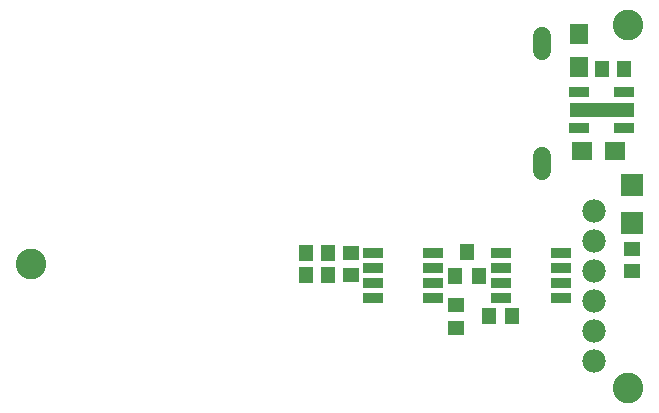
<source format=gbs>
G75*
G70*
%OFA0B0*%
%FSLAX24Y24*%
%IPPOS*%
%LPD*%
%AMOC8*
5,1,8,0,0,1.08239X$1,22.5*
%
%ADD10C,0.1020*%
%ADD11R,0.0680X0.0330*%
%ADD12R,0.0480X0.0580*%
%ADD13R,0.0580X0.0480*%
%ADD14R,0.0730X0.0730*%
%ADD15C,0.0780*%
%ADD16R,0.2180X0.0480*%
%ADD17R,0.0680X0.0360*%
%ADD18C,0.0595*%
%ADD19R,0.0630X0.0680*%
%ADD20R,0.0680X0.0630*%
D10*
X002571Y005351D03*
X022481Y001221D03*
X022481Y013331D03*
D11*
X020226Y005726D03*
X020226Y005226D03*
X020226Y004726D03*
X020226Y004226D03*
X018226Y004226D03*
X018226Y004726D03*
X018226Y005226D03*
X018226Y005726D03*
X015976Y005726D03*
X015976Y005226D03*
X015976Y004726D03*
X015976Y004226D03*
X013976Y004226D03*
X013976Y004726D03*
X013976Y005226D03*
X013976Y005726D03*
D12*
X012476Y005726D03*
X011726Y005726D03*
X011726Y004976D03*
X012476Y004976D03*
X016701Y004951D03*
X017501Y004951D03*
X017101Y005751D03*
X017851Y003601D03*
X018601Y003601D03*
X021601Y011851D03*
X022351Y011851D03*
D13*
X022601Y005851D03*
X022601Y005101D03*
X016726Y003976D03*
X016726Y003226D03*
X013226Y004976D03*
X013226Y005726D03*
D14*
X022601Y006726D03*
X022601Y007976D03*
D15*
X021351Y007101D03*
X021351Y006101D03*
X021351Y005101D03*
X021351Y004101D03*
X021351Y003101D03*
X021351Y002101D03*
D16*
X021601Y010476D03*
D17*
X022351Y009876D03*
X020851Y009876D03*
X020851Y011076D03*
X022351Y011076D03*
D18*
X019601Y012438D02*
X019601Y012953D01*
X019601Y008953D02*
X019601Y008438D01*
D19*
X020851Y011926D03*
X020851Y013026D03*
D20*
X020926Y009101D03*
X022026Y009101D03*
M02*

</source>
